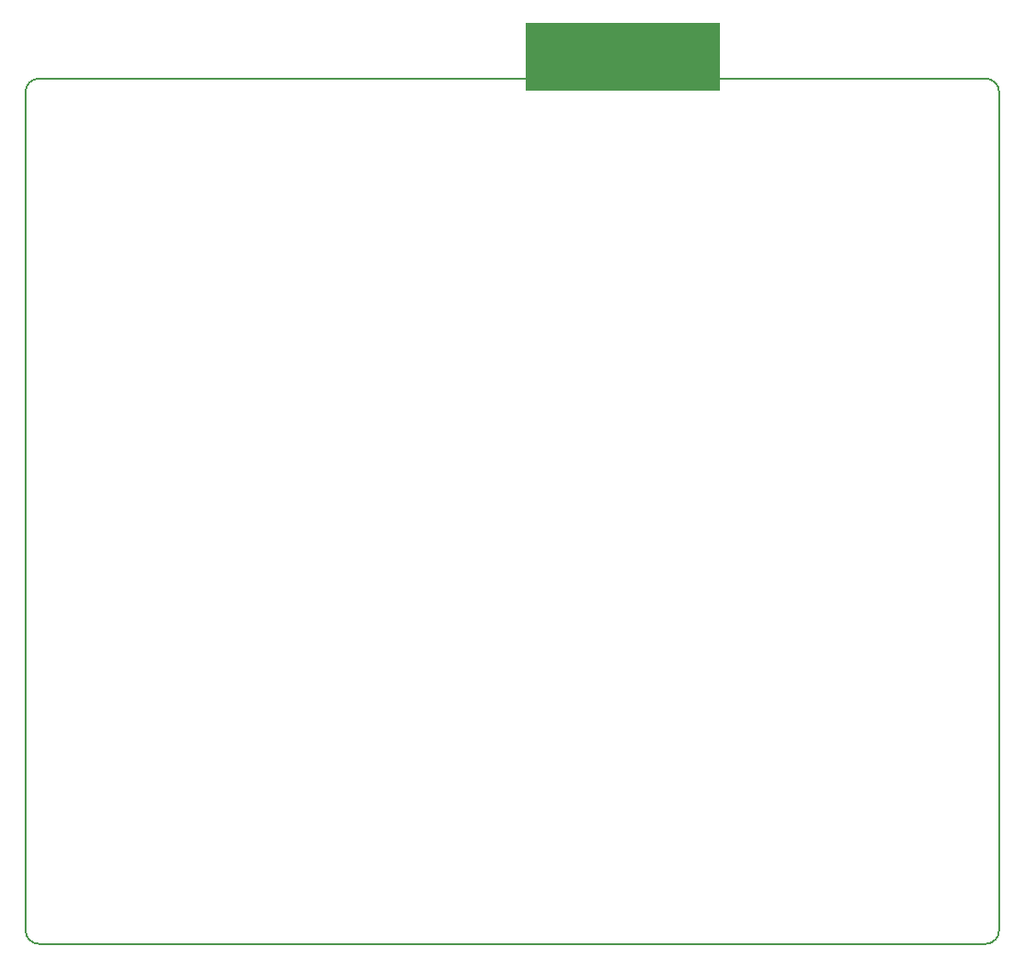
<source format=gko>
G04*
G04 #@! TF.GenerationSoftware,Altium Limited,Altium Designer,23.0.1 (38)*
G04*
G04 Layer_Color=16711935*
%FSLAX44Y44*%
%MOMM*%
G71*
G04*
G04 #@! TF.SameCoordinates,6FF5410F-6566-4CAA-8283-5BB090145FDD*
G04*
G04*
G04 #@! TF.FilePolarity,Positive*
G04*
G01*
G75*
%ADD11C,0.2000*%
G36*
X642330Y788386D02*
X462330D01*
Y851386D01*
X642330D01*
Y788386D01*
D02*
G37*
D11*
X12500Y800000D02*
G03*
X0Y787500I0J-12500D01*
G01*
Y12500D02*
G03*
X12500Y0I12500J0D01*
G01*
X887500Y0D02*
G03*
X900000Y12500I-0J12500D01*
G01*
X900000Y787500D02*
G03*
X887500Y800000I-12500J-0D01*
G01*
X12500Y800000D02*
X887500Y800000D01*
X-0Y787500D02*
X-0Y12500D01*
X12500Y0D02*
X887500Y0D01*
X900000Y12500D02*
X900000Y787500D01*
M02*

</source>
